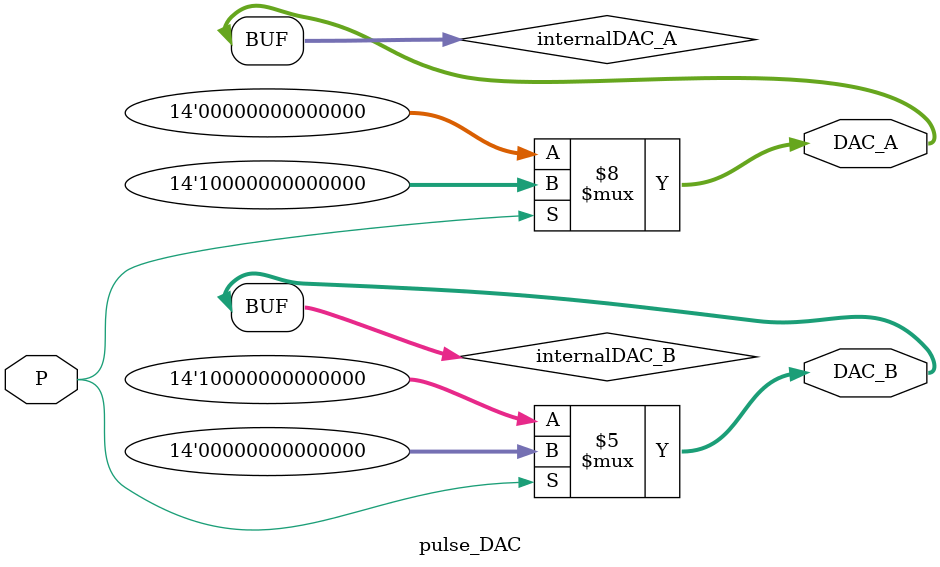
<source format=v>
module pulse_DAC
#(parameter DAC_WIDTH=14)
(input P, output [DAC_WIDTH-1:0]DAC_A, output [DAC_WIDTH-1:0]DAC_B);

    localparam [DAC_WIDTH - 1:0]
        DACVALUE1 = 14'b00_0000_0000_0000,
        DACVALUE2 = 14'b10_0000_0000_0000;
	
	reg[DAC_WIDTH-1:0] internalDAC_A=DACVALUE1;
	reg[DAC_WIDTH-1:0] internalDAC_B=DACVALUE1;
	assign DAC_A=internalDAC_A;
	assign DAC_B=internalDAC_B;

	always @(P)
	begin
		if(P)
		begin
			internalDAC_A=DACVALUE2;
			internalDAC_B=DACVALUE1;
		end
		else
		begin
			internalDAC_A=DACVALUE1;
			internalDAC_B=DACVALUE2;
		end	
	end
endmodule

</source>
